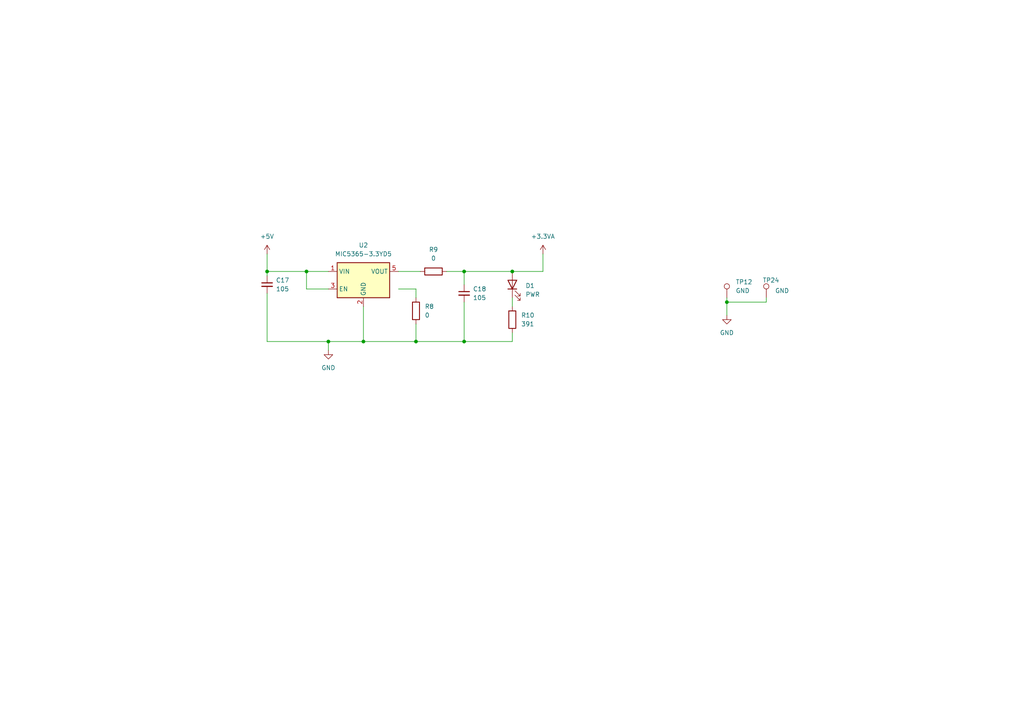
<source format=kicad_sch>
(kicad_sch (version 20230121) (generator eeschema)

  (uuid ac7392ab-5b45-45c6-9653-8ceafb7b6d5b)

  (paper "A4")

  (lib_symbols
    (symbol "Connector:TestPoint" (pin_numbers hide) (pin_names (offset 0.762) hide) (in_bom yes) (on_board yes)
      (property "Reference" "TP" (at 0 6.858 0)
        (effects (font (size 1.27 1.27)))
      )
      (property "Value" "TestPoint" (at 0 5.08 0)
        (effects (font (size 1.27 1.27)))
      )
      (property "Footprint" "" (at 5.08 0 0)
        (effects (font (size 1.27 1.27)) hide)
      )
      (property "Datasheet" "~" (at 5.08 0 0)
        (effects (font (size 1.27 1.27)) hide)
      )
      (property "ki_keywords" "test point tp" (at 0 0 0)
        (effects (font (size 1.27 1.27)) hide)
      )
      (property "ki_description" "test point" (at 0 0 0)
        (effects (font (size 1.27 1.27)) hide)
      )
      (property "ki_fp_filters" "Pin* Test*" (at 0 0 0)
        (effects (font (size 1.27 1.27)) hide)
      )
      (symbol "TestPoint_0_1"
        (circle (center 0 3.302) (radius 0.762)
          (stroke (width 0) (type default))
          (fill (type none))
        )
      )
      (symbol "TestPoint_1_1"
        (pin passive line (at 0 0 90) (length 2.54)
          (name "1" (effects (font (size 1.27 1.27))))
          (number "1" (effects (font (size 1.27 1.27))))
        )
      )
    )
    (symbol "Device:C_Small" (pin_numbers hide) (pin_names (offset 0.254) hide) (in_bom yes) (on_board yes)
      (property "Reference" "C" (at 0.254 1.778 0)
        (effects (font (size 1.27 1.27)) (justify left))
      )
      (property "Value" "C_Small" (at 0.254 -2.032 0)
        (effects (font (size 1.27 1.27)) (justify left))
      )
      (property "Footprint" "" (at 0 0 0)
        (effects (font (size 1.27 1.27)) hide)
      )
      (property "Datasheet" "~" (at 0 0 0)
        (effects (font (size 1.27 1.27)) hide)
      )
      (property "ki_keywords" "capacitor cap" (at 0 0 0)
        (effects (font (size 1.27 1.27)) hide)
      )
      (property "ki_description" "Unpolarized capacitor, small symbol" (at 0 0 0)
        (effects (font (size 1.27 1.27)) hide)
      )
      (property "ki_fp_filters" "C_*" (at 0 0 0)
        (effects (font (size 1.27 1.27)) hide)
      )
      (symbol "C_Small_0_1"
        (polyline
          (pts
            (xy -1.524 -0.508)
            (xy 1.524 -0.508)
          )
          (stroke (width 0.3302) (type default))
          (fill (type none))
        )
        (polyline
          (pts
            (xy -1.524 0.508)
            (xy 1.524 0.508)
          )
          (stroke (width 0.3048) (type default))
          (fill (type none))
        )
      )
      (symbol "C_Small_1_1"
        (pin passive line (at 0 2.54 270) (length 2.032)
          (name "~" (effects (font (size 1.27 1.27))))
          (number "1" (effects (font (size 1.27 1.27))))
        )
        (pin passive line (at 0 -2.54 90) (length 2.032)
          (name "~" (effects (font (size 1.27 1.27))))
          (number "2" (effects (font (size 1.27 1.27))))
        )
      )
    )
    (symbol "Device:LED" (pin_numbers hide) (pin_names (offset 1.016) hide) (in_bom yes) (on_board yes)
      (property "Reference" "D" (at 0 2.54 0)
        (effects (font (size 1.27 1.27)))
      )
      (property "Value" "LED" (at 0 -2.54 0)
        (effects (font (size 1.27 1.27)))
      )
      (property "Footprint" "" (at 0 0 0)
        (effects (font (size 1.27 1.27)) hide)
      )
      (property "Datasheet" "~" (at 0 0 0)
        (effects (font (size 1.27 1.27)) hide)
      )
      (property "ki_keywords" "LED diode" (at 0 0 0)
        (effects (font (size 1.27 1.27)) hide)
      )
      (property "ki_description" "Light emitting diode" (at 0 0 0)
        (effects (font (size 1.27 1.27)) hide)
      )
      (property "ki_fp_filters" "LED* LED_SMD:* LED_THT:*" (at 0 0 0)
        (effects (font (size 1.27 1.27)) hide)
      )
      (symbol "LED_0_1"
        (polyline
          (pts
            (xy -1.27 -1.27)
            (xy -1.27 1.27)
          )
          (stroke (width 0.254) (type default))
          (fill (type none))
        )
        (polyline
          (pts
            (xy -1.27 0)
            (xy 1.27 0)
          )
          (stroke (width 0) (type default))
          (fill (type none))
        )
        (polyline
          (pts
            (xy 1.27 -1.27)
            (xy 1.27 1.27)
            (xy -1.27 0)
            (xy 1.27 -1.27)
          )
          (stroke (width 0.254) (type default))
          (fill (type none))
        )
        (polyline
          (pts
            (xy -3.048 -0.762)
            (xy -4.572 -2.286)
            (xy -3.81 -2.286)
            (xy -4.572 -2.286)
            (xy -4.572 -1.524)
          )
          (stroke (width 0) (type default))
          (fill (type none))
        )
        (polyline
          (pts
            (xy -1.778 -0.762)
            (xy -3.302 -2.286)
            (xy -2.54 -2.286)
            (xy -3.302 -2.286)
            (xy -3.302 -1.524)
          )
          (stroke (width 0) (type default))
          (fill (type none))
        )
      )
      (symbol "LED_1_1"
        (pin passive line (at -3.81 0 0) (length 2.54)
          (name "K" (effects (font (size 1.27 1.27))))
          (number "1" (effects (font (size 1.27 1.27))))
        )
        (pin passive line (at 3.81 0 180) (length 2.54)
          (name "A" (effects (font (size 1.27 1.27))))
          (number "2" (effects (font (size 1.27 1.27))))
        )
      )
    )
    (symbol "Device:R" (pin_numbers hide) (pin_names (offset 0)) (in_bom yes) (on_board yes)
      (property "Reference" "R" (at 2.032 0 90)
        (effects (font (size 1.27 1.27)))
      )
      (property "Value" "R" (at 0 0 90)
        (effects (font (size 1.27 1.27)))
      )
      (property "Footprint" "" (at -1.778 0 90)
        (effects (font (size 1.27 1.27)) hide)
      )
      (property "Datasheet" "~" (at 0 0 0)
        (effects (font (size 1.27 1.27)) hide)
      )
      (property "ki_keywords" "R res resistor" (at 0 0 0)
        (effects (font (size 1.27 1.27)) hide)
      )
      (property "ki_description" "Resistor" (at 0 0 0)
        (effects (font (size 1.27 1.27)) hide)
      )
      (property "ki_fp_filters" "R_*" (at 0 0 0)
        (effects (font (size 1.27 1.27)) hide)
      )
      (symbol "R_0_1"
        (rectangle (start -1.016 -2.54) (end 1.016 2.54)
          (stroke (width 0.254) (type default))
          (fill (type none))
        )
      )
      (symbol "R_1_1"
        (pin passive line (at 0 3.81 270) (length 1.27)
          (name "~" (effects (font (size 1.27 1.27))))
          (number "1" (effects (font (size 1.27 1.27))))
        )
        (pin passive line (at 0 -3.81 90) (length 1.27)
          (name "~" (effects (font (size 1.27 1.27))))
          (number "2" (effects (font (size 1.27 1.27))))
        )
      )
    )
    (symbol "Regulator_Linear:MIC5365-3.3YD5" (in_bom yes) (on_board yes)
      (property "Reference" "U2" (at 0 10.16 0)
        (effects (font (size 1.27 1.27)))
      )
      (property "Value" "MIC5365-3.3YD5" (at 0 7.62 0)
        (effects (font (size 1.27 1.27)))
      )
      (property "Footprint" "Package_TO_SOT_SMD:SOT-23-5" (at 0 8.89 0)
        (effects (font (size 1.27 1.27)) hide)
      )
      (property "Datasheet" "http://ww1.microchip.com/downloads/en/DeviceDoc/mic5365.pdf" (at -6.35 6.35 0)
        (effects (font (size 1.27 1.27)) hide)
      )
      (property "ki_keywords" "Micrel LDO voltage regulator" (at 0 0 0)
        (effects (font (size 1.27 1.27)) hide)
      )
      (property "ki_description" "150mA Low-dropout Voltage Regulator, Vout 3.3V, Vin up to 5.5V, SOT-23-5" (at 0 0 0)
        (effects (font (size 1.27 1.27)) hide)
      )
      (property "ki_fp_filters" "SOT?23*" (at 0 0 0)
        (effects (font (size 1.27 1.27)) hide)
      )
      (symbol "MIC5365-3.3YD5_0_1"
        (rectangle (start -7.62 -5.08) (end 7.62 5.08)
          (stroke (width 0.254) (type default))
          (fill (type background))
        )
      )
      (symbol "MIC5365-3.3YD5_1_1"
        (pin power_in line (at -10.16 2.54 0) (length 2.54)
          (name "VIN" (effects (font (size 1.27 1.27))))
          (number "1" (effects (font (size 1.27 1.27))))
        )
        (pin power_in line (at 0 -7.62 90) (length 2.54)
          (name "GND" (effects (font (size 1.27 1.27))))
          (number "2" (effects (font (size 1.27 1.27))))
        )
        (pin input line (at -10.16 -2.54 0) (length 2.54)
          (name "EN" (effects (font (size 1.27 1.27))))
          (number "3" (effects (font (size 1.27 1.27))))
        )
        (pin unspecified line (at 10.16 -2.54 180) (length 2.54) hide
          (name "NC" (effects (font (size 1.27 1.27))))
          (number "4" (effects (font (size 1.27 1.27))))
        )
        (pin power_out line (at 10.16 2.54 180) (length 2.54)
          (name "VOUT" (effects (font (size 1.27 1.27))))
          (number "5" (effects (font (size 1.27 1.27))))
        )
      )
    )
    (symbol "power:+3.3VA" (power) (pin_names (offset 0)) (in_bom yes) (on_board yes)
      (property "Reference" "#PWR" (at 0 -3.81 0)
        (effects (font (size 1.27 1.27)) hide)
      )
      (property "Value" "+3.3VA" (at 0 3.556 0)
        (effects (font (size 1.27 1.27)))
      )
      (property "Footprint" "" (at 0 0 0)
        (effects (font (size 1.27 1.27)) hide)
      )
      (property "Datasheet" "" (at 0 0 0)
        (effects (font (size 1.27 1.27)) hide)
      )
      (property "ki_keywords" "global power" (at 0 0 0)
        (effects (font (size 1.27 1.27)) hide)
      )
      (property "ki_description" "Power symbol creates a global label with name \"+3.3VA\"" (at 0 0 0)
        (effects (font (size 1.27 1.27)) hide)
      )
      (symbol "+3.3VA_0_1"
        (polyline
          (pts
            (xy -0.762 1.27)
            (xy 0 2.54)
          )
          (stroke (width 0) (type default))
          (fill (type none))
        )
        (polyline
          (pts
            (xy 0 0)
            (xy 0 2.54)
          )
          (stroke (width 0) (type default))
          (fill (type none))
        )
        (polyline
          (pts
            (xy 0 2.54)
            (xy 0.762 1.27)
          )
          (stroke (width 0) (type default))
          (fill (type none))
        )
      )
      (symbol "+3.3VA_1_1"
        (pin power_in line (at 0 0 90) (length 0) hide
          (name "+3.3VA" (effects (font (size 1.27 1.27))))
          (number "1" (effects (font (size 1.27 1.27))))
        )
      )
    )
    (symbol "power:+5V" (power) (pin_names (offset 0)) (in_bom yes) (on_board yes)
      (property "Reference" "#PWR" (at 0 -3.81 0)
        (effects (font (size 1.27 1.27)) hide)
      )
      (property "Value" "+5V" (at 0 3.556 0)
        (effects (font (size 1.27 1.27)))
      )
      (property "Footprint" "" (at 0 0 0)
        (effects (font (size 1.27 1.27)) hide)
      )
      (property "Datasheet" "" (at 0 0 0)
        (effects (font (size 1.27 1.27)) hide)
      )
      (property "ki_keywords" "global power" (at 0 0 0)
        (effects (font (size 1.27 1.27)) hide)
      )
      (property "ki_description" "Power symbol creates a global label with name \"+5V\"" (at 0 0 0)
        (effects (font (size 1.27 1.27)) hide)
      )
      (symbol "+5V_0_1"
        (polyline
          (pts
            (xy -0.762 1.27)
            (xy 0 2.54)
          )
          (stroke (width 0) (type default))
          (fill (type none))
        )
        (polyline
          (pts
            (xy 0 0)
            (xy 0 2.54)
          )
          (stroke (width 0) (type default))
          (fill (type none))
        )
        (polyline
          (pts
            (xy 0 2.54)
            (xy 0.762 1.27)
          )
          (stroke (width 0) (type default))
          (fill (type none))
        )
      )
      (symbol "+5V_1_1"
        (pin power_in line (at 0 0 90) (length 0) hide
          (name "+5V" (effects (font (size 1.27 1.27))))
          (number "1" (effects (font (size 1.27 1.27))))
        )
      )
    )
    (symbol "power:GND" (power) (pin_names (offset 0)) (in_bom yes) (on_board yes)
      (property "Reference" "#PWR" (at 0 -6.35 0)
        (effects (font (size 1.27 1.27)) hide)
      )
      (property "Value" "GND" (at 0 -3.81 0)
        (effects (font (size 1.27 1.27)))
      )
      (property "Footprint" "" (at 0 0 0)
        (effects (font (size 1.27 1.27)) hide)
      )
      (property "Datasheet" "" (at 0 0 0)
        (effects (font (size 1.27 1.27)) hide)
      )
      (property "ki_keywords" "global power" (at 0 0 0)
        (effects (font (size 1.27 1.27)) hide)
      )
      (property "ki_description" "Power symbol creates a global label with name \"GND\" , ground" (at 0 0 0)
        (effects (font (size 1.27 1.27)) hide)
      )
      (symbol "GND_0_1"
        (polyline
          (pts
            (xy 0 0)
            (xy 0 -1.27)
            (xy 1.27 -1.27)
            (xy 0 -2.54)
            (xy -1.27 -1.27)
            (xy 0 -1.27)
          )
          (stroke (width 0) (type default))
          (fill (type none))
        )
      )
      (symbol "GND_1_1"
        (pin power_in line (at 0 0 270) (length 0) hide
          (name "GND" (effects (font (size 1.27 1.27))))
          (number "1" (effects (font (size 1.27 1.27))))
        )
      )
    )
  )

  (junction (at 105.41 99.06) (diameter 0) (color 0 0 0 0)
    (uuid 097d8d13-3d19-4121-84cb-eefc01947b8d)
  )
  (junction (at 120.65 99.06) (diameter 0) (color 0 0 0 0)
    (uuid 19bd78fb-1a2f-4b26-aaa5-cafab3b36e05)
  )
  (junction (at 210.82 87.63) (diameter 0) (color 0 0 0 0)
    (uuid 2a34177c-d2b1-49b3-904a-22846f0b2193)
  )
  (junction (at 77.47 78.74) (diameter 0) (color 0 0 0 0)
    (uuid 2bbee019-0d3d-43c7-93a3-14e39b6fd4d8)
  )
  (junction (at 148.59 78.74) (diameter 0) (color 0 0 0 0)
    (uuid 6cca0122-3bca-48ba-9787-740af24066da)
  )
  (junction (at 134.62 78.74) (diameter 0) (color 0 0 0 0)
    (uuid 8d301160-5d74-421b-b7d6-d4a8483bcc65)
  )
  (junction (at 88.9 78.74) (diameter 0) (color 0 0 0 0)
    (uuid 90d8b1a2-d35d-4bfd-b7ed-7a2905cd0976)
  )
  (junction (at 134.62 99.06) (diameter 0) (color 0 0 0 0)
    (uuid 9b7d4f3a-e91f-4f73-a159-43d50ecdbde4)
  )
  (junction (at 95.25 99.06) (diameter 0) (color 0 0 0 0)
    (uuid ccc3533d-5073-44d8-b6c5-6e663d9832ef)
  )

  (wire (pts (xy 95.25 99.06) (xy 105.41 99.06))
    (stroke (width 0) (type default))
    (uuid 0284d03d-b24d-40a0-942f-0b99d9d95b84)
  )
  (wire (pts (xy 148.59 78.74) (xy 157.48 78.74))
    (stroke (width 0) (type default))
    (uuid 09f477b2-077f-4f7c-927a-6246e081fe18)
  )
  (wire (pts (xy 134.62 78.74) (xy 148.59 78.74))
    (stroke (width 0) (type default))
    (uuid 0dce9f4c-9df5-489d-9e1e-b0c4c5f118dc)
  )
  (wire (pts (xy 77.47 80.01) (xy 77.47 78.74))
    (stroke (width 0) (type default))
    (uuid 10eb9daa-fb60-4305-b94d-1de4d092fa43)
  )
  (wire (pts (xy 77.47 78.74) (xy 88.9 78.74))
    (stroke (width 0) (type default))
    (uuid 242782d0-89d9-4725-8cbb-0f2eb45decd4)
  )
  (wire (pts (xy 134.62 87.63) (xy 134.62 99.06))
    (stroke (width 0) (type default))
    (uuid 466d2047-e82b-4cbb-9a32-0d186c7a91a2)
  )
  (wire (pts (xy 210.82 86.36) (xy 210.82 87.63))
    (stroke (width 0) (type default))
    (uuid 4f0b7164-0f28-470e-a4a2-9359f2b00bfe)
  )
  (wire (pts (xy 134.62 99.06) (xy 148.59 99.06))
    (stroke (width 0) (type default))
    (uuid 52871885-32c9-4545-8152-b9f863d8a8bc)
  )
  (wire (pts (xy 77.47 99.06) (xy 77.47 85.09))
    (stroke (width 0) (type default))
    (uuid 5a94120d-55d8-41f8-b901-36fbc14d3090)
  )
  (wire (pts (xy 95.25 99.06) (xy 95.25 101.6))
    (stroke (width 0) (type default))
    (uuid 68296462-9ff8-498c-9f1b-2966db95675e)
  )
  (wire (pts (xy 105.41 88.9) (xy 105.41 99.06))
    (stroke (width 0) (type default))
    (uuid 6da01b8d-4ed9-4a23-8713-c14348e20cdb)
  )
  (wire (pts (xy 105.41 99.06) (xy 120.65 99.06))
    (stroke (width 0) (type default))
    (uuid 725c8ca6-8eff-4ebd-b295-6d26dce1261f)
  )
  (wire (pts (xy 148.59 96.52) (xy 148.59 99.06))
    (stroke (width 0) (type default))
    (uuid 7737df21-ad65-44dd-bdf1-d0f5eb24a9d8)
  )
  (wire (pts (xy 120.65 99.06) (xy 134.62 99.06))
    (stroke (width 0) (type default))
    (uuid 798b7b77-2d80-4a34-b37c-e252a39febb2)
  )
  (wire (pts (xy 134.62 78.74) (xy 134.62 82.55))
    (stroke (width 0) (type default))
    (uuid 86bdead2-9029-4f1c-b26b-da6d1587f75d)
  )
  (wire (pts (xy 88.9 83.82) (xy 88.9 78.74))
    (stroke (width 0) (type default))
    (uuid 8c1f9864-be6e-4c39-9562-0bfb3c53b61c)
  )
  (wire (pts (xy 115.57 83.82) (xy 120.65 83.82))
    (stroke (width 0) (type default))
    (uuid 9097e90a-2fe4-403f-b210-cbada9d6a719)
  )
  (wire (pts (xy 210.82 87.63) (xy 222.25 87.63))
    (stroke (width 0) (type default))
    (uuid 95328742-0aea-43bf-891a-3daab7aea89c)
  )
  (wire (pts (xy 210.82 87.63) (xy 210.82 91.44))
    (stroke (width 0) (type default))
    (uuid a72b66c5-2ba7-4279-bbf8-d872e613901c)
  )
  (wire (pts (xy 95.25 83.82) (xy 88.9 83.82))
    (stroke (width 0) (type default))
    (uuid aa29e003-bd94-4a4a-ae1b-5efdefe1f80b)
  )
  (wire (pts (xy 115.57 78.74) (xy 121.92 78.74))
    (stroke (width 0) (type default))
    (uuid b248b21b-0de8-494c-b3f7-befd1b1ad965)
  )
  (wire (pts (xy 120.65 93.98) (xy 120.65 99.06))
    (stroke (width 0) (type default))
    (uuid b9b6a967-751a-4fca-8c33-d0492f978120)
  )
  (wire (pts (xy 77.47 99.06) (xy 95.25 99.06))
    (stroke (width 0) (type default))
    (uuid bdc71357-eba9-41fb-8b66-aa99ec5380c6)
  )
  (wire (pts (xy 157.48 73.66) (xy 157.48 78.74))
    (stroke (width 0) (type default))
    (uuid be33fb9e-4488-4b42-abeb-354bd6750e22)
  )
  (wire (pts (xy 120.65 83.82) (xy 120.65 86.36))
    (stroke (width 0) (type default))
    (uuid c8233fd5-7e49-4934-9f6b-26eea6729a89)
  )
  (wire (pts (xy 77.47 73.66) (xy 77.47 78.74))
    (stroke (width 0) (type default))
    (uuid cad3e130-2371-48a1-93ed-348eb36b8d01)
  )
  (wire (pts (xy 148.59 88.9) (xy 148.59 86.36))
    (stroke (width 0) (type default))
    (uuid d3779657-71ad-4714-ab7d-f7ce936397e4)
  )
  (wire (pts (xy 222.25 86.36) (xy 222.25 87.63))
    (stroke (width 0) (type default))
    (uuid dcaea5d9-29fd-4f72-9c6b-4073846dc109)
  )
  (wire (pts (xy 129.54 78.74) (xy 134.62 78.74))
    (stroke (width 0) (type default))
    (uuid e2424d37-0584-457a-9ddb-6d957bce3e61)
  )
  (wire (pts (xy 88.9 78.74) (xy 95.25 78.74))
    (stroke (width 0) (type default))
    (uuid e6dc5ac0-20d2-45c8-88bd-72711d967915)
  )

  (symbol (lib_id "Device:C_Small") (at 77.47 82.55 0) (unit 1)
    (in_bom yes) (on_board yes) (dnp no) (fields_autoplaced)
    (uuid 17226329-bb85-42e2-95cc-b3370e111764)
    (property "Reference" "C17" (at 80.01 81.2863 0)
      (effects (font (size 1.27 1.27)) (justify left))
    )
    (property "Value" "105" (at 80.01 83.8263 0)
      (effects (font (size 1.27 1.27)) (justify left))
    )
    (property "Footprint" "Capacitor_SMD:C_0603_1608Metric_Pad1.08x0.95mm_HandSolder" (at 77.47 82.55 0)
      (effects (font (size 1.27 1.27)) hide)
    )
    (property "Datasheet" "~" (at 77.47 82.55 0)
      (effects (font (size 1.27 1.27)) hide)
    )
    (pin "1" (uuid d40b3efd-68d7-4da7-8654-4abab40c1645))
    (pin "2" (uuid 31ec8b0d-6cf7-443a-8c73-ad8897ebb75e))
    (instances
      (project "Max1471_2"
        (path "/e63e39d7-6ac0-4ffd-8aa3-1841a4541b55/abe9b104-55cc-4335-8a00-8d7b2d10e6a7"
          (reference "C17") (unit 1)
        )
      )
    )
  )

  (symbol (lib_id "power:+3.3VA") (at 157.48 73.66 0) (unit 1)
    (in_bom yes) (on_board yes) (dnp no) (fields_autoplaced)
    (uuid 1eb446cf-2d31-4f94-9484-deef2c4ef939)
    (property "Reference" "#PWR019" (at 157.48 77.47 0)
      (effects (font (size 1.27 1.27)) hide)
    )
    (property "Value" "+3.3VA" (at 157.48 68.58 0)
      (effects (font (size 1.27 1.27)))
    )
    (property "Footprint" "" (at 157.48 73.66 0)
      (effects (font (size 1.27 1.27)) hide)
    )
    (property "Datasheet" "" (at 157.48 73.66 0)
      (effects (font (size 1.27 1.27)) hide)
    )
    (pin "1" (uuid 33beee7a-4074-4074-ba57-d38762dc4f36))
    (instances
      (project "Max1471_2"
        (path "/e63e39d7-6ac0-4ffd-8aa3-1841a4541b55/abe9b104-55cc-4335-8a00-8d7b2d10e6a7"
          (reference "#PWR019") (unit 1)
        )
      )
    )
  )

  (symbol (lib_id "power:GND") (at 210.82 91.44 0) (unit 1)
    (in_bom yes) (on_board yes) (dnp no) (fields_autoplaced)
    (uuid 37eb0251-5d7e-4d58-b2ef-4470ce1401a2)
    (property "Reference" "#PWR020" (at 210.82 97.79 0)
      (effects (font (size 1.27 1.27)) hide)
    )
    (property "Value" "GND" (at 210.82 96.52 0)
      (effects (font (size 1.27 1.27)))
    )
    (property "Footprint" "" (at 210.82 91.44 0)
      (effects (font (size 1.27 1.27)) hide)
    )
    (property "Datasheet" "" (at 210.82 91.44 0)
      (effects (font (size 1.27 1.27)) hide)
    )
    (pin "1" (uuid 021c73b8-b91c-4e87-9216-48993096d3c9))
    (instances
      (project "Max1471_2"
        (path "/e63e39d7-6ac0-4ffd-8aa3-1841a4541b55/abe9b104-55cc-4335-8a00-8d7b2d10e6a7"
          (reference "#PWR020") (unit 1)
        )
      )
    )
  )

  (symbol (lib_id "Connector:TestPoint") (at 210.82 86.36 0) (unit 1)
    (in_bom yes) (on_board yes) (dnp no) (fields_autoplaced)
    (uuid 3a8e7937-fb9d-4822-a672-debaa0baef8a)
    (property "Reference" "TP12" (at 213.36 81.788 0)
      (effects (font (size 1.27 1.27)) (justify left))
    )
    (property "Value" "GND" (at 213.36 84.328 0)
      (effects (font (size 1.27 1.27)) (justify left))
    )
    (property "Footprint" "TestPoint:TestPoint_Pad_D2.0mm" (at 215.9 86.36 0)
      (effects (font (size 1.27 1.27)) hide)
    )
    (property "Datasheet" "~" (at 215.9 86.36 0)
      (effects (font (size 1.27 1.27)) hide)
    )
    (pin "1" (uuid 9d787ff8-c7c4-4979-bdc6-62ac16f44a47))
    (instances
      (project "Max1471_2"
        (path "/e63e39d7-6ac0-4ffd-8aa3-1841a4541b55/abe9b104-55cc-4335-8a00-8d7b2d10e6a7"
          (reference "TP12") (unit 1)
        )
      )
    )
  )

  (symbol (lib_id "Device:LED") (at 148.59 82.55 90) (unit 1)
    (in_bom yes) (on_board yes) (dnp no) (fields_autoplaced)
    (uuid 7d36b869-ae80-4c77-b300-ba7b841ac592)
    (property "Reference" "D1" (at 152.4 82.8675 90)
      (effects (font (size 1.27 1.27)) (justify right))
    )
    (property "Value" "PWR" (at 152.4 85.4075 90)
      (effects (font (size 1.27 1.27)) (justify right))
    )
    (property "Footprint" "LED_SMD:LED_0603_1608Metric_Pad1.05x0.95mm_HandSolder" (at 148.59 82.55 0)
      (effects (font (size 1.27 1.27)) hide)
    )
    (property "Datasheet" "~" (at 148.59 82.55 0)
      (effects (font (size 1.27 1.27)) hide)
    )
    (pin "2" (uuid faeb7cc9-009b-41b0-98d8-1b5f9a8c0671))
    (pin "1" (uuid 51ad1056-d834-4178-adae-fc3c0f274206))
    (instances
      (project "Max1471_2"
        (path "/e63e39d7-6ac0-4ffd-8aa3-1841a4541b55/abe9b104-55cc-4335-8a00-8d7b2d10e6a7"
          (reference "D1") (unit 1)
        )
      )
    )
  )

  (symbol (lib_id "power:GND") (at 95.25 101.6 0) (unit 1)
    (in_bom yes) (on_board yes) (dnp no) (fields_autoplaced)
    (uuid ad9caed8-6c33-4da2-a2da-23dd32b8a593)
    (property "Reference" "#PWR018" (at 95.25 107.95 0)
      (effects (font (size 1.27 1.27)) hide)
    )
    (property "Value" "GND" (at 95.25 106.68 0)
      (effects (font (size 1.27 1.27)))
    )
    (property "Footprint" "" (at 95.25 101.6 0)
      (effects (font (size 1.27 1.27)) hide)
    )
    (property "Datasheet" "" (at 95.25 101.6 0)
      (effects (font (size 1.27 1.27)) hide)
    )
    (pin "1" (uuid 321c7ea5-c2a5-4ccd-9ee4-d6c5248a458b))
    (instances
      (project "Max1471_2"
        (path "/e63e39d7-6ac0-4ffd-8aa3-1841a4541b55/abe9b104-55cc-4335-8a00-8d7b2d10e6a7"
          (reference "#PWR018") (unit 1)
        )
      )
    )
  )

  (symbol (lib_id "Device:R") (at 148.59 92.71 0) (unit 1)
    (in_bom yes) (on_board yes) (dnp no) (fields_autoplaced)
    (uuid b9c8a82a-a168-408e-976f-cf497ae955c2)
    (property "Reference" "R10" (at 151.13 91.44 0)
      (effects (font (size 1.27 1.27)) (justify left))
    )
    (property "Value" "391" (at 151.13 93.98 0)
      (effects (font (size 1.27 1.27)) (justify left))
    )
    (property "Footprint" "Resistor_SMD:R_0603_1608Metric_Pad0.98x0.95mm_HandSolder" (at 146.812 92.71 90)
      (effects (font (size 1.27 1.27)) hide)
    )
    (property "Datasheet" "~" (at 148.59 92.71 0)
      (effects (font (size 1.27 1.27)) hide)
    )
    (pin "2" (uuid 040583be-ad2c-4b0a-9059-1ea692f2b27b))
    (pin "1" (uuid bef46824-a71c-41aa-aa27-4e57c6d66664))
    (instances
      (project "Max1471_2"
        (path "/e63e39d7-6ac0-4ffd-8aa3-1841a4541b55/abe9b104-55cc-4335-8a00-8d7b2d10e6a7"
          (reference "R10") (unit 1)
        )
      )
    )
  )

  (symbol (lib_id "Connector:TestPoint") (at 222.25 86.36 0) (unit 1)
    (in_bom yes) (on_board yes) (dnp no)
    (uuid bd1af2bc-056d-4a07-a26f-0fe3a0d704de)
    (property "Reference" "TP24" (at 226.06 81.28 0)
      (effects (font (size 1.27 1.27)) (justify right))
    )
    (property "Value" "GND" (at 224.79 84.328 0)
      (effects (font (size 1.27 1.27)) (justify left))
    )
    (property "Footprint" "TestPoint:TestPoint_Pad_D2.0mm" (at 227.33 86.36 0)
      (effects (font (size 1.27 1.27)) hide)
    )
    (property "Datasheet" "~" (at 227.33 86.36 0)
      (effects (font (size 1.27 1.27)) hide)
    )
    (pin "1" (uuid b8df683c-fbd5-4cb0-9222-c2743b1018fe))
    (instances
      (project "Max1471_2"
        (path "/e63e39d7-6ac0-4ffd-8aa3-1841a4541b55/abe9b104-55cc-4335-8a00-8d7b2d10e6a7"
          (reference "TP24") (unit 1)
        )
      )
    )
  )

  (symbol (lib_id "Regulator_Linear:MIC5365-3.3YD5") (at 105.41 81.28 0) (unit 1)
    (in_bom yes) (on_board yes) (dnp no) (fields_autoplaced)
    (uuid be88bcf6-d684-46f9-8451-b6b3f04a49b4)
    (property "Reference" "U2" (at 105.41 71.12 0)
      (effects (font (size 1.27 1.27)))
    )
    (property "Value" "MIC5365-3.3YD5" (at 105.41 73.66 0)
      (effects (font (size 1.27 1.27)))
    )
    (property "Footprint" "Package_TO_SOT_SMD:SOT-23-5" (at 105.41 72.39 0)
      (effects (font (size 1.27 1.27)) hide)
    )
    (property "Datasheet" "http://ww1.microchip.com/downloads/en/DeviceDoc/mic5365.pdf" (at 99.06 74.93 0)
      (effects (font (size 1.27 1.27)) hide)
    )
    (pin "5" (uuid 750a3582-f964-43b0-b90e-531af4689837))
    (pin "2" (uuid d61e2178-2b54-494d-b8ee-d7516a1fe91f))
    (pin "3" (uuid d6561c6e-2577-4cdc-a16c-4fcf5e8c5020))
    (pin "4" (uuid 40556918-f5eb-43be-b9c8-52653bb01c47))
    (pin "1" (uuid 880bc94e-fd4d-4214-9b00-e1bbe5fc867d))
    (instances
      (project "Max1471_2"
        (path "/e63e39d7-6ac0-4ffd-8aa3-1841a4541b55/abe9b104-55cc-4335-8a00-8d7b2d10e6a7"
          (reference "U2") (unit 1)
        )
      )
    )
  )

  (symbol (lib_id "Device:R") (at 120.65 90.17 0) (unit 1)
    (in_bom yes) (on_board yes) (dnp no) (fields_autoplaced)
    (uuid c7f70068-0857-4d73-88fe-16324d8ffe52)
    (property "Reference" "R8" (at 123.19 88.9 0)
      (effects (font (size 1.27 1.27)) (justify left))
    )
    (property "Value" "0" (at 123.19 91.44 0)
      (effects (font (size 1.27 1.27)) (justify left))
    )
    (property "Footprint" "Resistor_SMD:R_0603_1608Metric_Pad0.98x0.95mm_HandSolder" (at 118.872 90.17 90)
      (effects (font (size 1.27 1.27)) hide)
    )
    (property "Datasheet" "~" (at 120.65 90.17 0)
      (effects (font (size 1.27 1.27)) hide)
    )
    (pin "1" (uuid d07f97ea-db06-4201-8038-217fc92e9846))
    (pin "2" (uuid 86cdbaa7-854a-47b2-9529-31c9148d9945))
    (instances
      (project "Max1471_2"
        (path "/e63e39d7-6ac0-4ffd-8aa3-1841a4541b55/abe9b104-55cc-4335-8a00-8d7b2d10e6a7"
          (reference "R8") (unit 1)
        )
      )
    )
  )

  (symbol (lib_id "Device:R") (at 125.73 78.74 90) (unit 1)
    (in_bom yes) (on_board yes) (dnp no) (fields_autoplaced)
    (uuid c870f72a-5202-4dc0-9a6f-8a5a9a30c52b)
    (property "Reference" "R9" (at 125.73 72.39 90)
      (effects (font (size 1.27 1.27)))
    )
    (property "Value" "0" (at 125.73 74.93 90)
      (effects (font (size 1.27 1.27)))
    )
    (property "Footprint" "Resistor_SMD:R_0603_1608Metric_Pad0.98x0.95mm_HandSolder" (at 125.73 80.518 90)
      (effects (font (size 1.27 1.27)) hide)
    )
    (property "Datasheet" "~" (at 125.73 78.74 0)
      (effects (font (size 1.27 1.27)) hide)
    )
    (pin "2" (uuid 6cfbb36e-fed7-48f3-b68c-553aa4d077fe))
    (pin "1" (uuid ee379964-2964-4407-b8ad-f1abec770651))
    (instances
      (project "Max1471_2"
        (path "/e63e39d7-6ac0-4ffd-8aa3-1841a4541b55/abe9b104-55cc-4335-8a00-8d7b2d10e6a7"
          (reference "R9") (unit 1)
        )
      )
    )
  )

  (symbol (lib_id "power:+5V") (at 77.47 73.66 0) (unit 1)
    (in_bom yes) (on_board yes) (dnp no) (fields_autoplaced)
    (uuid edb2eacf-c1cd-4239-b1ca-d2997cff1637)
    (property "Reference" "#PWR017" (at 77.47 77.47 0)
      (effects (font (size 1.27 1.27)) hide)
    )
    (property "Value" "+5V" (at 77.47 68.58 0)
      (effects (font (size 1.27 1.27)))
    )
    (property "Footprint" "" (at 77.47 73.66 0)
      (effects (font (size 1.27 1.27)) hide)
    )
    (property "Datasheet" "" (at 77.47 73.66 0)
      (effects (font (size 1.27 1.27)) hide)
    )
    (pin "1" (uuid 9c5b3701-105c-47ac-a0f7-ae1ee916de13))
    (instances
      (project "Max1471_2"
        (path "/e63e39d7-6ac0-4ffd-8aa3-1841a4541b55/abe9b104-55cc-4335-8a00-8d7b2d10e6a7"
          (reference "#PWR017") (unit 1)
        )
      )
    )
  )

  (symbol (lib_id "Device:C_Small") (at 134.62 85.09 0) (unit 1)
    (in_bom yes) (on_board yes) (dnp no) (fields_autoplaced)
    (uuid f8e6f684-68cf-48b9-a0eb-3d71ad4fbb80)
    (property "Reference" "C18" (at 137.16 83.8263 0)
      (effects (font (size 1.27 1.27)) (justify left))
    )
    (property "Value" "105" (at 137.16 86.3663 0)
      (effects (font (size 1.27 1.27)) (justify left))
    )
    (property "Footprint" "Capacitor_SMD:C_0603_1608Metric_Pad1.08x0.95mm_HandSolder" (at 134.62 85.09 0)
      (effects (font (size 1.27 1.27)) hide)
    )
    (property "Datasheet" "~" (at 134.62 85.09 0)
      (effects (font (size 1.27 1.27)) hide)
    )
    (pin "1" (uuid be3418a1-ad9a-4d41-aa71-597a06b3ec86))
    (pin "2" (uuid 2a5c2fb9-24e5-4a04-9e2b-9cad7c039e50))
    (instances
      (project "Max1471_2"
        (path "/e63e39d7-6ac0-4ffd-8aa3-1841a4541b55/abe9b104-55cc-4335-8a00-8d7b2d10e6a7"
          (reference "C18") (unit 1)
        )
      )
    )
  )
)

</source>
